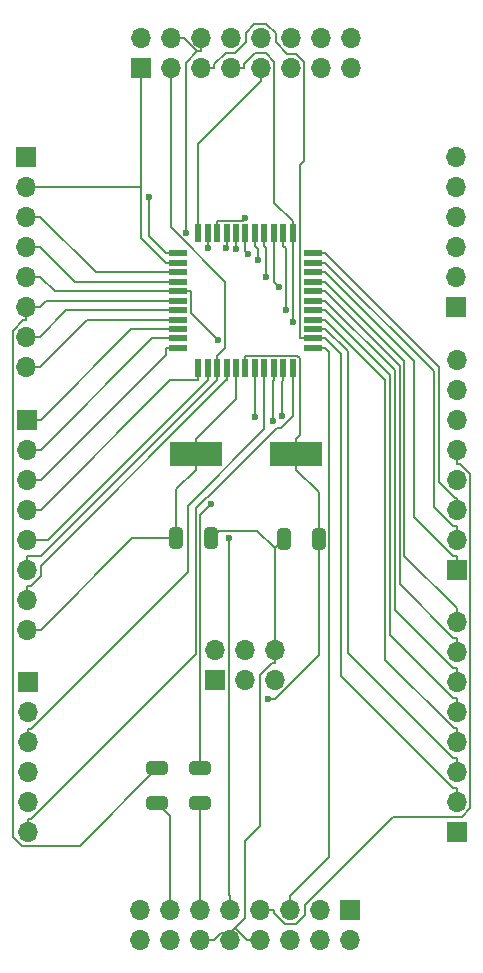
<source format=gbr>
%TF.GenerationSoftware,KiCad,Pcbnew,8.0.2*%
%TF.CreationDate,2024-07-19T13:16:10-06:00*%
%TF.ProjectId,32u4_breakout,33327534-5f62-4726-9561-6b6f75742e6b,rev?*%
%TF.SameCoordinates,Original*%
%TF.FileFunction,Copper,L1,Top*%
%TF.FilePolarity,Positive*%
%FSLAX46Y46*%
G04 Gerber Fmt 4.6, Leading zero omitted, Abs format (unit mm)*
G04 Created by KiCad (PCBNEW 8.0.2) date 2024-07-19 13:16:10*
%MOMM*%
%LPD*%
G01*
G04 APERTURE LIST*
G04 Aperture macros list*
%AMRoundRect*
0 Rectangle with rounded corners*
0 $1 Rounding radius*
0 $2 $3 $4 $5 $6 $7 $8 $9 X,Y pos of 4 corners*
0 Add a 4 corners polygon primitive as box body*
4,1,4,$2,$3,$4,$5,$6,$7,$8,$9,$2,$3,0*
0 Add four circle primitives for the rounded corners*
1,1,$1+$1,$2,$3*
1,1,$1+$1,$4,$5*
1,1,$1+$1,$6,$7*
1,1,$1+$1,$8,$9*
0 Add four rect primitives between the rounded corners*
20,1,$1+$1,$2,$3,$4,$5,0*
20,1,$1+$1,$4,$5,$6,$7,0*
20,1,$1+$1,$6,$7,$8,$9,0*
20,1,$1+$1,$8,$9,$2,$3,0*%
G04 Aperture macros list end*
%TA.AperFunction,SMDPad,CuDef*%
%ADD10R,4.500000X2.000000*%
%TD*%
%TA.AperFunction,ComponentPad*%
%ADD11R,1.700000X1.700000*%
%TD*%
%TA.AperFunction,ComponentPad*%
%ADD12O,1.700000X1.700000*%
%TD*%
%TA.AperFunction,SMDPad,CuDef*%
%ADD13RoundRect,0.250000X-0.650000X0.325000X-0.650000X-0.325000X0.650000X-0.325000X0.650000X0.325000X0*%
%TD*%
%TA.AperFunction,SMDPad,CuDef*%
%ADD14R,1.500000X0.550000*%
%TD*%
%TA.AperFunction,SMDPad,CuDef*%
%ADD15R,0.550000X1.500000*%
%TD*%
%TA.AperFunction,SMDPad,CuDef*%
%ADD16RoundRect,0.250000X0.325000X0.650000X-0.325000X0.650000X-0.325000X-0.650000X0.325000X-0.650000X0*%
%TD*%
%TA.AperFunction,SMDPad,CuDef*%
%ADD17RoundRect,0.250000X-0.325000X-0.650000X0.325000X-0.650000X0.325000X0.650000X-0.325000X0.650000X0*%
%TD*%
%TA.AperFunction,SMDPad,CuDef*%
%ADD18RoundRect,0.250000X0.650000X-0.325000X0.650000X0.325000X-0.650000X0.325000X-0.650000X-0.325000X0*%
%TD*%
%TA.AperFunction,ViaPad*%
%ADD19C,0.600000*%
%TD*%
%TA.AperFunction,Conductor*%
%ADD20C,0.200000*%
%TD*%
G04 APERTURE END LIST*
D10*
%TO.P,Y1,1,1*%
%TO.N,XTAL1*%
X144650000Y-77075000D03*
%TO.P,Y1,2,2*%
%TO.N,XTAL2*%
X136150000Y-77075000D03*
%TD*%
D11*
%TO.P,J4,1,Pin_1*%
%TO.N,XTAL1*%
X121900000Y-96390000D03*
D12*
%TO.P,J4,2,Pin_2*%
%TO.N,Net-(J4-Pin_2)*%
X121900000Y-98930000D03*
%TO.P,J4,3,Pin_3*%
%TO.N,Net-(J4-Pin_3)*%
X121900000Y-101470000D03*
%TO.P,J4,4,Pin_4*%
%TO.N,Net-(J4-Pin_4)*%
X121900000Y-104010000D03*
%TO.P,J4,5,Pin_5*%
%TO.N,Net-(J4-Pin_5)*%
X121900000Y-106550000D03*
%TO.P,J4,6,Pin_6*%
%TO.N,Net-(J4-Pin_6)*%
X121900000Y-109090000D03*
%TD*%
D13*
%TO.P,C3,1*%
%TO.N,AREF*%
X136525000Y-103675000D03*
%TO.P,C3,2*%
%TO.N,Net-(J9-Pin_11)*%
X136525000Y-106625000D03*
%TD*%
D11*
%TO.P,J9,1,Pin_1*%
%TO.N,GND5*%
X149225000Y-115650000D03*
D12*
%TO.P,J9,2,Pin_2*%
%TO.N,GND*%
X149225000Y-118190000D03*
%TO.P,J9,3,Pin_3*%
%TO.N,GND15*%
X146685000Y-115650000D03*
%TO.P,J9,4,Pin_4*%
%TO.N,GND*%
X146685000Y-118190000D03*
%TO.P,J9,5,Pin_5*%
%TO.N,GND23*%
X144145000Y-115650000D03*
%TO.P,J9,6,Pin_6*%
%TO.N,GND*%
X144145000Y-118190000D03*
%TO.P,J9,7,Pin_7*%
%TO.N,GND35*%
X141605000Y-115650000D03*
%TO.P,J9,8,Pin_8*%
%TO.N,GND*%
X141605000Y-118190000D03*
%TO.P,J9,9,Pin_9*%
%TO.N,GND43*%
X139065000Y-115650000D03*
%TO.P,J9,10,Pin_10*%
%TO.N,GND*%
X139065000Y-118190000D03*
%TO.P,J9,11,Pin_11*%
%TO.N,Net-(J9-Pin_11)*%
X136525000Y-115650000D03*
%TO.P,J9,12,Pin_12*%
%TO.N,GND*%
X136525000Y-118190000D03*
%TO.P,J9,13,Pin_13*%
%TO.N,Net-(J9-Pin_13)*%
X133985000Y-115650000D03*
%TO.P,J9,14,Pin_14*%
%TO.N,GND*%
X133985000Y-118190000D03*
%TO.P,J9,15,Pin_15*%
%TO.N,unconnected-(J9-Pin_15-Pad15)*%
X131445000Y-115650000D03*
%TO.P,J9,16,Pin_16*%
%TO.N,GND*%
X131445000Y-118190000D03*
%TD*%
D11*
%TO.P,J7,1,Pin_1*%
%TO.N,Net-(J7-Pin_1)*%
X158200000Y-64600000D03*
D12*
%TO.P,J7,2,Pin_2*%
%TO.N,Net-(J7-Pin_2)*%
X158200000Y-62060000D03*
%TO.P,J7,3,Pin_3*%
%TO.N,Net-(J7-Pin_3)*%
X158200000Y-59520000D03*
%TO.P,J7,4,Pin_4*%
%TO.N,AREF*%
X158200000Y-56980000D03*
%TO.P,J7,5,Pin_5*%
%TO.N,GND43*%
X158200000Y-54440000D03*
%TO.P,J7,6,Pin_6*%
%TO.N,PWR44*%
X158200000Y-51900000D03*
%TD*%
D14*
%TO.P,U1,1,PE6*%
%TO.N,Net-(J2-Pin_1)*%
X134650000Y-60075000D03*
%TO.P,U1,2,UVCC*%
%TO.N,PWR2*%
X134650000Y-60875000D03*
%TO.P,U1,3,D-*%
%TO.N,Net-(J2-Pin_3)*%
X134650000Y-61675000D03*
%TO.P,U1,4,D+*%
%TO.N,Net-(J2-Pin_4)*%
X134650000Y-62475000D03*
%TO.P,U1,5,UGND*%
%TO.N,GND5*%
X134650000Y-63275000D03*
%TO.P,U1,6,UCAP*%
%TO.N,UCAP*%
X134650000Y-64075000D03*
%TO.P,U1,7,VBUS*%
%TO.N,VBUS*%
X134650000Y-64875000D03*
%TO.P,U1,8,PB0*%
%TO.N,Net-(J2-Pin_8)*%
X134650000Y-65675000D03*
%TO.P,U1,9,PB1*%
%TO.N,SCK*%
X134650000Y-66475000D03*
%TO.P,U1,10,PB2*%
%TO.N,MOSI*%
X134650000Y-67275000D03*
%TO.P,U1,11,PB3*%
%TO.N,MISO*%
X134650000Y-68075000D03*
D15*
%TO.P,U1,12,PB7*%
%TO.N,Net-(J3-Pin_4)*%
X136350000Y-69775000D03*
%TO.P,U1,13,~{RESET}*%
%TO.N,RESET*%
X137150000Y-69775000D03*
%TO.P,U1,14,VCC*%
%TO.N,PWR14*%
X137950000Y-69775000D03*
%TO.P,U1,15,GND*%
%TO.N,GND15*%
X138750000Y-69775000D03*
%TO.P,U1,16,XTAL2*%
%TO.N,XTAL2*%
X139550000Y-69775000D03*
%TO.P,U1,17,XTAL1*%
%TO.N,XTAL1*%
X140350000Y-69775000D03*
%TO.P,U1,18,PD0*%
%TO.N,Net-(J4-Pin_2)*%
X141150000Y-69775000D03*
%TO.P,U1,19,PD1*%
%TO.N,Net-(J4-Pin_3)*%
X141950000Y-69775000D03*
%TO.P,U1,20,PD2*%
%TO.N,Net-(J4-Pin_4)*%
X142750000Y-69775000D03*
%TO.P,U1,21,PD3*%
%TO.N,Net-(J4-Pin_5)*%
X143550000Y-69775000D03*
%TO.P,U1,22,PD5*%
%TO.N,Net-(J4-Pin_6)*%
X144350000Y-69775000D03*
D14*
%TO.P,U1,23,GND*%
%TO.N,GND23*%
X146050000Y-68075000D03*
%TO.P,U1,24,AVCC*%
%TO.N,PWR24*%
X146050000Y-67275000D03*
%TO.P,U1,25,PD4*%
%TO.N,Net-(J5-Pin_3)*%
X146050000Y-66475000D03*
%TO.P,U1,26,PD6*%
%TO.N,Net-(J5-Pin_4)*%
X146050000Y-65675000D03*
%TO.P,U1,27,PD7*%
%TO.N,Net-(J5-Pin_5)*%
X146050000Y-64875000D03*
%TO.P,U1,28,PB4*%
%TO.N,Net-(J5-Pin_6)*%
X146050000Y-64075000D03*
%TO.P,U1,29,PB5*%
%TO.N,Net-(J5-Pin_7)*%
X146050000Y-63275000D03*
%TO.P,U1,30,PB6*%
%TO.N,Net-(J5-Pin_8)*%
X146050000Y-62475000D03*
%TO.P,U1,31,PC6*%
%TO.N,Net-(J6-Pin_1)*%
X146050000Y-61675000D03*
%TO.P,U1,32,PC7*%
%TO.N,Net-(J6-Pin_2)*%
X146050000Y-60875000D03*
%TO.P,U1,33,~{HWB}/PE2*%
%TO.N,Net-(J6-Pin_3)*%
X146050000Y-60075000D03*
D15*
%TO.P,U1,34,VCC*%
%TO.N,PWR34*%
X144350000Y-58375000D03*
%TO.P,U1,35,GND*%
%TO.N,GND35*%
X143550000Y-58375000D03*
%TO.P,U1,36,PF7*%
%TO.N,Net-(J6-Pin_6)*%
X142750000Y-58375000D03*
%TO.P,U1,37,PF6*%
%TO.N,Net-(J6-Pin_7)*%
X141950000Y-58375000D03*
%TO.P,U1,38,PF5*%
%TO.N,Net-(J6-Pin_8)*%
X141150000Y-58375000D03*
%TO.P,U1,39,PF4*%
%TO.N,Net-(J7-Pin_1)*%
X140350000Y-58375000D03*
%TO.P,U1,40,PF1*%
%TO.N,Net-(J7-Pin_2)*%
X139550000Y-58375000D03*
%TO.P,U1,41,PF0*%
%TO.N,Net-(J7-Pin_3)*%
X138750000Y-58375000D03*
%TO.P,U1,42,AREF*%
%TO.N,AREF*%
X137950000Y-58375000D03*
%TO.P,U1,43,GND*%
%TO.N,GND43*%
X137150000Y-58375000D03*
%TO.P,U1,44,AVCC*%
%TO.N,PWR44*%
X136350000Y-58375000D03*
%TD*%
D11*
%TO.P,J6,1,Pin_1*%
%TO.N,Net-(J6-Pin_1)*%
X158250000Y-86890000D03*
D12*
%TO.P,J6,2,Pin_2*%
%TO.N,Net-(J6-Pin_2)*%
X158250000Y-84350000D03*
%TO.P,J6,3,Pin_3*%
%TO.N,Net-(J6-Pin_3)*%
X158250000Y-81810000D03*
%TO.P,J6,4,Pin_4*%
%TO.N,PWR34*%
X158250000Y-79270000D03*
%TO.P,J6,5,Pin_5*%
%TO.N,GND35*%
X158250000Y-76730000D03*
%TO.P,J6,6,Pin_6*%
%TO.N,Net-(J6-Pin_6)*%
X158250000Y-74190000D03*
%TO.P,J6,7,Pin_7*%
%TO.N,Net-(J6-Pin_7)*%
X158250000Y-71650000D03*
%TO.P,J6,8,Pin_8*%
%TO.N,Net-(J6-Pin_8)*%
X158250000Y-69110000D03*
%TD*%
D16*
%TO.P,C1,1*%
%TO.N,XTAL1*%
X146575000Y-84300000D03*
%TO.P,C1,2*%
%TO.N,GND*%
X143625000Y-84300000D03*
%TD*%
D11*
%TO.P,J8,1,Pin_1*%
%TO.N,PWR2*%
X131475000Y-44350000D03*
D12*
%TO.P,J8,2,Pin_2*%
%TO.N,5V*%
X131475000Y-41810000D03*
%TO.P,J8,3,Pin_3*%
%TO.N,PWR14*%
X134015000Y-44350000D03*
%TO.P,J8,4,Pin_4*%
%TO.N,5V*%
X134015000Y-41810000D03*
%TO.P,J8,5,Pin_5*%
%TO.N,PWR24*%
X136555000Y-44350000D03*
%TO.P,J8,6,Pin_6*%
%TO.N,5V*%
X136555000Y-41810000D03*
%TO.P,J8,7,Pin_7*%
%TO.N,PWR34*%
X139095000Y-44350000D03*
%TO.P,J8,8,Pin_8*%
%TO.N,5V*%
X139095000Y-41810000D03*
%TO.P,J8,9,Pin_9*%
%TO.N,PWR44*%
X141635000Y-44350000D03*
%TO.P,J8,10,Pin_10*%
%TO.N,5V*%
X141635000Y-41810000D03*
%TO.P,J8,11,Pin_11*%
%TO.N,VBUS*%
X144175000Y-44350000D03*
%TO.P,J8,12,Pin_12*%
%TO.N,5V*%
X144175000Y-41810000D03*
%TO.P,J8,13,Pin_13*%
%TO.N,unconnected-(J8-Pin_13-Pad13)*%
X146715000Y-44350000D03*
%TO.P,J8,14,Pin_14*%
%TO.N,5V*%
X146715000Y-41810000D03*
%TO.P,J8,15,Pin_15*%
%TO.N,unconnected-(J8-Pin_15-Pad15)*%
X149255000Y-44350000D03*
%TO.P,J8,16,Pin_16*%
%TO.N,5V*%
X149255000Y-41810000D03*
%TD*%
D11*
%TO.P,J1,1,Pin_1*%
%TO.N,MISO*%
X137785000Y-96175000D03*
D12*
%TO.P,J1,2,Pin_2*%
%TO.N,5V*%
X137785000Y-93635000D03*
%TO.P,J1,3,Pin_3*%
%TO.N,SCK*%
X140325000Y-96175000D03*
%TO.P,J1,4,Pin_4*%
%TO.N,MOSI*%
X140325000Y-93635000D03*
%TO.P,J1,5,Pin_5*%
%TO.N,RESET*%
X142865000Y-96175000D03*
%TO.P,J1,6,Pin_6*%
%TO.N,GND*%
X142865000Y-93635000D03*
%TD*%
D11*
%TO.P,J2,1,Pin_1*%
%TO.N,Net-(J2-Pin_1)*%
X121800000Y-51875000D03*
D12*
%TO.P,J2,2,Pin_2*%
%TO.N,PWR2*%
X121800000Y-54415000D03*
%TO.P,J2,3,Pin_3*%
%TO.N,Net-(J2-Pin_3)*%
X121800000Y-56955000D03*
%TO.P,J2,4,Pin_4*%
%TO.N,Net-(J2-Pin_4)*%
X121800000Y-59495000D03*
%TO.P,J2,5,Pin_5*%
%TO.N,GND5*%
X121800000Y-62035000D03*
%TO.P,J2,6,Pin_6*%
%TO.N,UCAP*%
X121800000Y-64575000D03*
%TO.P,J2,7,Pin_7*%
%TO.N,VBUS*%
X121800000Y-67115000D03*
%TO.P,J2,8,Pin_8*%
%TO.N,Net-(J2-Pin_8)*%
X121800000Y-69655000D03*
%TD*%
D17*
%TO.P,C2,1*%
%TO.N,XTAL2*%
X134475000Y-84200000D03*
%TO.P,C2,2*%
%TO.N,GND*%
X137425000Y-84200000D03*
%TD*%
D11*
%TO.P,J5,1,Pin_1*%
%TO.N,GND23*%
X158225000Y-109065000D03*
D12*
%TO.P,J5,2,Pin_2*%
%TO.N,PWR24*%
X158225000Y-106525000D03*
%TO.P,J5,3,Pin_3*%
%TO.N,Net-(J5-Pin_3)*%
X158225000Y-103985000D03*
%TO.P,J5,4,Pin_4*%
%TO.N,Net-(J5-Pin_4)*%
X158225000Y-101445000D03*
%TO.P,J5,5,Pin_5*%
%TO.N,Net-(J5-Pin_5)*%
X158225000Y-98905000D03*
%TO.P,J5,6,Pin_6*%
%TO.N,Net-(J5-Pin_6)*%
X158225000Y-96365000D03*
%TO.P,J5,7,Pin_7*%
%TO.N,Net-(J5-Pin_7)*%
X158225000Y-93825000D03*
%TO.P,J5,8,Pin_8*%
%TO.N,Net-(J5-Pin_8)*%
X158225000Y-91285000D03*
%TD*%
D18*
%TO.P,C4,1*%
%TO.N,Net-(J9-Pin_13)*%
X132900000Y-106625000D03*
%TO.P,C4,2*%
%TO.N,UCAP*%
X132900000Y-103675000D03*
%TD*%
D11*
%TO.P,J3,1,Pin_1*%
%TO.N,SCK*%
X121875000Y-74150000D03*
D12*
%TO.P,J3,2,Pin_2*%
%TO.N,MOSI*%
X121875000Y-76690000D03*
%TO.P,J3,3,Pin_3*%
%TO.N,MISO*%
X121875000Y-79230000D03*
%TO.P,J3,4,Pin_4*%
%TO.N,Net-(J3-Pin_4)*%
X121875000Y-81770000D03*
%TO.P,J3,5,Pin_5*%
%TO.N,RESET*%
X121875000Y-84310000D03*
%TO.P,J3,6,Pin_6*%
%TO.N,PWR14*%
X121875000Y-86850000D03*
%TO.P,J3,7,Pin_7*%
%TO.N,GND15*%
X121875000Y-89390000D03*
%TO.P,J3,8,Pin_8*%
%TO.N,XTAL2*%
X121875000Y-91930000D03*
%TD*%
D19*
%TO.N,Net-(J7-Pin_1)*%
X140565200Y-60119400D03*
%TO.N,Net-(J7-Pin_3)*%
X138691000Y-59647200D03*
%TO.N,GND43*%
X137150000Y-59626800D03*
X139000800Y-84167500D03*
%TO.N,Net-(J7-Pin_2)*%
X139541200Y-59662600D03*
%TO.N,Net-(J6-Pin_6)*%
X143155500Y-62922800D03*
%TO.N,Net-(J6-Pin_8)*%
X141430400Y-60674700D03*
%TO.N,PWR34*%
X144381600Y-65885800D03*
%TO.N,Net-(J6-Pin_7)*%
X142117100Y-62083200D03*
%TO.N,GND35*%
X143764900Y-64838800D03*
%TO.N,Net-(J4-Pin_4)*%
X142702300Y-74231300D03*
%TO.N,Net-(J4-Pin_5)*%
X143444100Y-73807000D03*
%TO.N,Net-(J4-Pin_2)*%
X141150000Y-73918200D03*
%TO.N,Net-(J2-Pin_1)*%
X132161600Y-55337800D03*
%TO.N,GND5*%
X138019600Y-67432900D03*
%TO.N,5V*%
X135332000Y-58348500D03*
%TO.N,AREF*%
X140319300Y-57108700D03*
X137396300Y-81321500D03*
%TO.N,XTAL1*%
X142295700Y-97840800D03*
%TD*%
D20*
%TO.N,PWR44*%
X136350000Y-50786700D02*
X141635000Y-45501700D01*
X136350000Y-58375000D02*
X136350000Y-50786700D01*
X141635000Y-44350000D02*
X141635000Y-45501700D01*
%TO.N,Net-(J7-Pin_1)*%
X140350000Y-59904200D02*
X140565200Y-60119400D01*
X140350000Y-58375000D02*
X140350000Y-59904200D01*
%TO.N,Net-(J7-Pin_3)*%
X138750000Y-59588200D02*
X138691000Y-59647200D01*
X138750000Y-58375000D02*
X138750000Y-59588200D01*
%TO.N,GND43*%
X137150000Y-58375000D02*
X137150000Y-59426700D01*
X137150000Y-59426700D02*
X137150000Y-59626800D01*
X139065000Y-115650000D02*
X139065000Y-114498300D01*
X139000800Y-114434100D02*
X139000800Y-84167500D01*
X139065000Y-114498300D02*
X139000800Y-114434100D01*
%TO.N,Net-(J7-Pin_2)*%
X139550000Y-58375000D02*
X139550000Y-59426700D01*
X139541200Y-59435500D02*
X139541200Y-59662600D01*
X139550000Y-59426700D02*
X139541200Y-59435500D01*
%TO.N,Net-(J6-Pin_2)*%
X156296400Y-70069700D02*
X147101700Y-60875000D01*
X156296400Y-81532600D02*
X156296400Y-70069700D01*
X157962100Y-83198300D02*
X156296400Y-81532600D01*
X158250000Y-83198300D02*
X157962100Y-83198300D01*
X158250000Y-84350000D02*
X158250000Y-83198300D01*
X146050000Y-60875000D02*
X147101700Y-60875000D01*
%TO.N,Net-(J6-Pin_6)*%
X142750000Y-62517300D02*
X142750000Y-58375000D01*
X143155500Y-62922800D02*
X142750000Y-62517300D01*
%TO.N,Net-(J6-Pin_8)*%
X141150000Y-58375000D02*
X141150000Y-59426700D01*
X141430400Y-59707100D02*
X141430400Y-60674700D01*
X141150000Y-59426700D02*
X141430400Y-59707100D01*
%TO.N,Net-(J6-Pin_1)*%
X158250000Y-86890000D02*
X158250000Y-85738300D01*
X146050000Y-61675000D02*
X147101700Y-61675000D01*
X157962100Y-85738300D02*
X158250000Y-85738300D01*
X154603500Y-82379700D02*
X157962100Y-85738300D01*
X154603500Y-69176800D02*
X154603500Y-82379700D01*
X147101700Y-61675000D02*
X154603500Y-69176800D01*
%TO.N,PWR34*%
X139095000Y-44350000D02*
X140246700Y-44350000D01*
X142808300Y-55781600D02*
X144350000Y-57323300D01*
X142808300Y-43835000D02*
X142808300Y-55781600D01*
X142113200Y-43139900D02*
X142808300Y-43835000D01*
X141168900Y-43139900D02*
X142113200Y-43139900D01*
X140246700Y-44062100D02*
X141168900Y-43139900D01*
X140246700Y-44350000D02*
X140246700Y-44062100D01*
X144381600Y-59458300D02*
X144381600Y-65885800D01*
X144350000Y-59426700D02*
X144381600Y-59458300D01*
X144350000Y-58375000D02*
X144350000Y-57323300D01*
X144350000Y-58375000D02*
X144350000Y-59426700D01*
%TO.N,Net-(J6-Pin_3)*%
X146050000Y-60075000D02*
X147101700Y-60075000D01*
X158250000Y-81810000D02*
X158250000Y-80824600D01*
X156698100Y-69671400D02*
X147101700Y-60075000D01*
X156698100Y-79390600D02*
X156698100Y-69671400D01*
X158132100Y-80824600D02*
X156698100Y-79390600D01*
X158250000Y-80824600D02*
X158132100Y-80824600D01*
%TO.N,Net-(J6-Pin_7)*%
X141950000Y-58375000D02*
X141950000Y-59426700D01*
X142117000Y-62083200D02*
X142117100Y-62083200D01*
X142117000Y-59593700D02*
X142117000Y-62083200D01*
X141950000Y-59426700D02*
X142117000Y-59593700D01*
%TO.N,GND35*%
X158518500Y-77881700D02*
X158250000Y-77881700D01*
X159401700Y-78764900D02*
X158518500Y-77881700D01*
X159401700Y-107060300D02*
X159401700Y-78764900D01*
X158666900Y-107795100D02*
X159401700Y-107060300D01*
X152839900Y-107795100D02*
X158666900Y-107795100D01*
X145415000Y-115220000D02*
X152839900Y-107795100D01*
X145415000Y-116068300D02*
X145415000Y-115220000D01*
X144623200Y-116860100D02*
X145415000Y-116068300D01*
X143678900Y-116860100D02*
X144623200Y-116860100D01*
X142756700Y-115937900D02*
X143678900Y-116860100D01*
X142756700Y-115650000D02*
X142756700Y-115937900D01*
X141605000Y-115650000D02*
X142756700Y-115650000D01*
X158250000Y-76730000D02*
X158250000Y-77881700D01*
X143550000Y-58375000D02*
X143550000Y-59426700D01*
X143764800Y-64838800D02*
X143764900Y-64838800D01*
X143764800Y-59641500D02*
X143764800Y-64838800D01*
X143550000Y-59426700D02*
X143764800Y-59641500D01*
%TO.N,GND23*%
X147454700Y-68428000D02*
X147101700Y-68075000D01*
X147454700Y-111188600D02*
X147454700Y-68428000D01*
X144145000Y-114498300D02*
X147454700Y-111188600D01*
X144145000Y-115650000D02*
X144145000Y-114498300D01*
X146050000Y-68075000D02*
X147101700Y-68075000D01*
%TO.N,PWR24*%
X137706700Y-44081500D02*
X137706700Y-44350000D01*
X138708200Y-43080000D02*
X137706700Y-44081500D01*
X139480400Y-43080000D02*
X138708200Y-43080000D01*
X140365000Y-42195400D02*
X139480400Y-43080000D01*
X140365000Y-41389700D02*
X140365000Y-42195400D01*
X141117800Y-40636900D02*
X140365000Y-41389700D01*
X142095900Y-40636900D02*
X141117800Y-40636900D01*
X142905000Y-41446000D02*
X142095900Y-40636900D01*
X142905000Y-42204100D02*
X142905000Y-41446000D01*
X143899200Y-43198300D02*
X142905000Y-42204100D01*
X144655400Y-43198300D02*
X143899200Y-43198300D01*
X145332200Y-43875100D02*
X144655400Y-43198300D01*
X145332200Y-52224200D02*
X145332200Y-43875100D01*
X144998300Y-52558100D02*
X145332200Y-52224200D01*
X144998300Y-67275000D02*
X144998300Y-52558100D01*
X146050000Y-67275000D02*
X144998300Y-67275000D01*
X136555000Y-44350000D02*
X137706700Y-44350000D01*
X158225000Y-106525000D02*
X158225000Y-105373300D01*
X146050000Y-67275000D02*
X147101700Y-67275000D01*
X157937100Y-105373300D02*
X158225000Y-105373300D01*
X148432000Y-95868200D02*
X157937100Y-105373300D01*
X148432000Y-68605300D02*
X148432000Y-95868200D01*
X147101700Y-67275000D02*
X148432000Y-68605300D01*
%TO.N,Net-(J5-Pin_8)*%
X158225000Y-91285000D02*
X158225000Y-90133300D01*
X146050000Y-62475000D02*
X147101700Y-62475000D01*
X153800100Y-85708400D02*
X158225000Y-90133300D01*
X153800100Y-69173400D02*
X153800100Y-85708400D01*
X147101700Y-62475000D02*
X153800100Y-69173400D01*
%TO.N,Net-(J5-Pin_3)*%
X149000100Y-68373400D02*
X147101700Y-66475000D01*
X149000100Y-93896300D02*
X149000100Y-68373400D01*
X157937100Y-102833300D02*
X149000100Y-93896300D01*
X158225000Y-102833300D02*
X157937100Y-102833300D01*
X158225000Y-103985000D02*
X158225000Y-102833300D01*
X146050000Y-66475000D02*
X147101700Y-66475000D01*
%TO.N,Net-(J5-Pin_4)*%
X158225000Y-101445000D02*
X158225000Y-100293300D01*
X146050000Y-65675000D02*
X147101700Y-65675000D01*
X152191800Y-70765100D02*
X147101700Y-65675000D01*
X152191800Y-94515000D02*
X152191800Y-70765100D01*
X157970100Y-100293300D02*
X152191800Y-94515000D01*
X158225000Y-100293300D02*
X157970100Y-100293300D01*
%TO.N,Net-(J5-Pin_7)*%
X158225000Y-93825000D02*
X158225000Y-92673300D01*
X146050000Y-63275000D02*
X147101700Y-63275000D01*
X157962600Y-92673300D02*
X158225000Y-92673300D01*
X153398400Y-88109100D02*
X157962600Y-92673300D01*
X153398400Y-69571700D02*
X153398400Y-88109100D01*
X147101700Y-63275000D02*
X153398400Y-69571700D01*
%TO.N,Net-(J5-Pin_5)*%
X158225000Y-98905000D02*
X158225000Y-97753300D01*
X146050000Y-64875000D02*
X147101700Y-64875000D01*
X152595000Y-70368300D02*
X147101700Y-64875000D01*
X152595000Y-92389700D02*
X152595000Y-70368300D01*
X157958600Y-97753300D02*
X152595000Y-92389700D01*
X158225000Y-97753300D02*
X157958600Y-97753300D01*
%TO.N,Net-(J5-Pin_6)*%
X158225000Y-96365000D02*
X158225000Y-95213300D01*
X146050000Y-64075000D02*
X147101700Y-64075000D01*
X152996700Y-69970000D02*
X147101700Y-64075000D01*
X152996700Y-90260200D02*
X152996700Y-69970000D01*
X157949800Y-95213300D02*
X152996700Y-90260200D01*
X158225000Y-95213300D02*
X157949800Y-95213300D01*
%TO.N,Net-(J4-Pin_4)*%
X142750000Y-69775000D02*
X142750000Y-70826700D01*
X142702300Y-70874400D02*
X142702300Y-74231300D01*
X142750000Y-70826700D02*
X142702300Y-70874400D01*
%TO.N,Net-(J4-Pin_3)*%
X121900000Y-101470000D02*
X121900000Y-100318300D01*
X122168500Y-100318300D02*
X121900000Y-100318300D01*
X135450500Y-87036300D02*
X122168500Y-100318300D01*
X135450500Y-81454000D02*
X135450500Y-87036300D01*
X141950000Y-74954500D02*
X135450500Y-81454000D01*
X141950000Y-69775000D02*
X141950000Y-74954500D01*
%TO.N,Net-(J4-Pin_6)*%
X122168500Y-107938300D02*
X121900000Y-107938300D01*
X136127800Y-93979000D02*
X122168500Y-107938300D01*
X136127800Y-81640900D02*
X136127800Y-93979000D01*
X137093400Y-80675300D02*
X136127800Y-81640900D01*
X137192200Y-80675300D02*
X137093400Y-80675300D01*
X143036000Y-74831500D02*
X137192200Y-80675300D01*
X143328500Y-74831500D02*
X143036000Y-74831500D01*
X144350000Y-73810000D02*
X143328500Y-74831500D01*
X144350000Y-69775000D02*
X144350000Y-73810000D01*
X121900000Y-109090000D02*
X121900000Y-107938300D01*
%TO.N,Net-(J4-Pin_5)*%
X143550000Y-69775000D02*
X143550000Y-70826700D01*
X143444100Y-70932600D02*
X143444100Y-73807000D01*
X143550000Y-70826700D02*
X143444100Y-70932600D01*
%TO.N,Net-(J4-Pin_2)*%
X141150000Y-69775000D02*
X141150000Y-73918200D01*
%TO.N,Net-(J3-Pin_4)*%
X133970000Y-70826700D02*
X136350000Y-70826700D01*
X123026700Y-81770000D02*
X133970000Y-70826700D01*
X121875000Y-81770000D02*
X123026700Y-81770000D01*
X136350000Y-69775000D02*
X136350000Y-70826700D01*
%TO.N,PWR14*%
X121875000Y-86850000D02*
X121875000Y-85698300D01*
X137950000Y-69775000D02*
X137950000Y-70826700D01*
X123078400Y-85698300D02*
X121875000Y-85698300D01*
X137950000Y-70826700D02*
X123078400Y-85698300D01*
X137950000Y-69775000D02*
X137950000Y-68723300D01*
X134015000Y-57882300D02*
X134015000Y-44350000D01*
X138621300Y-62488600D02*
X134015000Y-57882300D01*
X138621300Y-68052000D02*
X138621300Y-62488600D01*
X137950000Y-68723300D02*
X138621300Y-68052000D01*
%TO.N,GND15*%
X138718200Y-70826700D02*
X138750000Y-70826700D01*
X123026700Y-86518200D02*
X138718200Y-70826700D01*
X123026700Y-87374600D02*
X123026700Y-86518200D01*
X122163000Y-88238300D02*
X123026700Y-87374600D01*
X121875000Y-88238300D02*
X122163000Y-88238300D01*
X121875000Y-89390000D02*
X121875000Y-88238300D01*
X138750000Y-69775000D02*
X138750000Y-70826700D01*
%TO.N,PWR2*%
X134650000Y-60875000D02*
X133598300Y-60875000D01*
X121800000Y-54415000D02*
X122951700Y-54415000D01*
X122951700Y-54415000D02*
X131475000Y-54415000D01*
X131475000Y-44350000D02*
X131475000Y-54415000D01*
X131475000Y-58751700D02*
X133598300Y-60875000D01*
X131475000Y-54415000D02*
X131475000Y-58751700D01*
%TO.N,Net-(J2-Pin_8)*%
X126931700Y-65675000D02*
X134650000Y-65675000D01*
X122951700Y-69655000D02*
X126931700Y-65675000D01*
X121800000Y-69655000D02*
X122951700Y-69655000D01*
%TO.N,Net-(J2-Pin_3)*%
X127671700Y-61675000D02*
X134650000Y-61675000D01*
X122951700Y-56955000D02*
X127671700Y-61675000D01*
X121800000Y-56955000D02*
X122951700Y-56955000D01*
%TO.N,Net-(J2-Pin_1)*%
X132161600Y-58638300D02*
X133598300Y-60075000D01*
X132161600Y-55337800D02*
X132161600Y-58638300D01*
X134650000Y-60075000D02*
X133598300Y-60075000D01*
%TO.N,VBUS*%
X125191700Y-64875000D02*
X134650000Y-64875000D01*
X122951700Y-67115000D02*
X125191700Y-64875000D01*
X121800000Y-67115000D02*
X122951700Y-67115000D01*
%TO.N,Net-(J2-Pin_4)*%
X125931700Y-62475000D02*
X134650000Y-62475000D01*
X122951700Y-59495000D02*
X125931700Y-62475000D01*
X121800000Y-59495000D02*
X122951700Y-59495000D01*
%TO.N,GND5*%
X121800000Y-62035000D02*
X122951700Y-62035000D01*
X124191700Y-63275000D02*
X134650000Y-63275000D01*
X122951700Y-62035000D02*
X124191700Y-63275000D01*
X135701700Y-65115000D02*
X138019600Y-67432900D01*
X135701700Y-63275000D02*
X135701700Y-65115000D01*
X134650000Y-63275000D02*
X135701700Y-63275000D01*
%TO.N,SCK*%
X130701700Y-66475000D02*
X123026700Y-74150000D01*
X134650000Y-66475000D02*
X130701700Y-66475000D01*
X121875000Y-74150000D02*
X123026700Y-74150000D01*
%TO.N,MISO*%
X134650000Y-68075000D02*
X133598300Y-68075000D01*
X121875000Y-79230000D02*
X123026700Y-79230000D01*
X133598300Y-68658400D02*
X123026700Y-79230000D01*
X133598300Y-68075000D02*
X133598300Y-68658400D01*
%TO.N,5V*%
X136555000Y-41810000D02*
X136555000Y-42961700D01*
X134015000Y-41810000D02*
X135166700Y-41810000D01*
X135166700Y-41841900D02*
X135166700Y-41810000D01*
X136286500Y-42961700D02*
X135166700Y-41841900D01*
X135332000Y-43916200D02*
X136286500Y-42961700D01*
X135332000Y-58348500D02*
X135332000Y-43916200D01*
X136286500Y-42961700D02*
X136555000Y-42961700D01*
%TO.N,MOSI*%
X132441700Y-67275000D02*
X134650000Y-67275000D01*
X123026700Y-76690000D02*
X132441700Y-67275000D01*
X121875000Y-76690000D02*
X123026700Y-76690000D01*
%TO.N,RESET*%
X123666700Y-84310000D02*
X137150000Y-70826700D01*
X121875000Y-84310000D02*
X123666700Y-84310000D01*
X137150000Y-69775000D02*
X137150000Y-70826700D01*
%TO.N,UCAP*%
X123451700Y-64075000D02*
X134650000Y-64075000D01*
X122951700Y-64575000D02*
X123451700Y-64075000D01*
X121800000Y-64575000D02*
X122951700Y-64575000D01*
X121531500Y-65726700D02*
X121800000Y-65726700D01*
X120646100Y-66612100D02*
X121531500Y-65726700D01*
X120646100Y-109494200D02*
X120646100Y-66612100D01*
X121416900Y-110265000D02*
X120646100Y-109494200D01*
X126310000Y-110265000D02*
X121416900Y-110265000D01*
X132900000Y-103675000D02*
X126310000Y-110265000D01*
X121800000Y-64575000D02*
X121800000Y-65726700D01*
%TO.N,Net-(J9-Pin_13)*%
X133985000Y-107710000D02*
X133985000Y-115650000D01*
X132900000Y-106625000D02*
X133985000Y-107710000D01*
%TO.N,Net-(J9-Pin_11)*%
X136525000Y-106625000D02*
X136525000Y-115650000D01*
%TO.N,AREF*%
X137950000Y-58375000D02*
X137950000Y-57323300D01*
X140104700Y-57323300D02*
X140319300Y-57108700D01*
X137950000Y-57323300D02*
X140104700Y-57323300D01*
X136529500Y-82188300D02*
X137396300Y-81321500D01*
X136529500Y-103670500D02*
X136529500Y-82188300D01*
X136525000Y-103675000D02*
X136529500Y-103670500D01*
%TO.N,XTAL2*%
X139550000Y-72373300D02*
X139550000Y-69775000D01*
X136150000Y-75773300D02*
X139550000Y-72373300D01*
X136150000Y-77075000D02*
X136150000Y-75773300D01*
X121875000Y-91930000D02*
X123026700Y-91930000D01*
X130756700Y-84200000D02*
X123026700Y-91930000D01*
X134475000Y-84200000D02*
X130756700Y-84200000D01*
X136150000Y-77075000D02*
X136150000Y-78376700D01*
X134475000Y-80051700D02*
X136150000Y-78376700D01*
X134475000Y-84200000D02*
X134475000Y-80051700D01*
%TO.N,XTAL1*%
X144934200Y-75489100D02*
X144650000Y-75773300D01*
X144934200Y-68907500D02*
X144934200Y-75489100D01*
X144750000Y-68723300D02*
X144934200Y-68907500D01*
X140350000Y-68723300D02*
X144750000Y-68723300D01*
X144650000Y-77075000D02*
X144650000Y-75773300D01*
X140350000Y-69249100D02*
X140350000Y-68723300D01*
X140350000Y-69249100D02*
X140350000Y-69775000D01*
X144650000Y-77075000D02*
X144650000Y-78376700D01*
X146575000Y-80301700D02*
X146575000Y-84300000D01*
X144650000Y-78376700D02*
X146575000Y-80301700D01*
X142847400Y-97840800D02*
X142295700Y-97840800D01*
X146575000Y-94113200D02*
X142847400Y-97840800D01*
X146575000Y-84300000D02*
X146575000Y-94113200D01*
%TO.N,GND*%
X141343400Y-83538400D02*
X142865000Y-85060000D01*
X138086600Y-83538400D02*
X141343400Y-83538400D01*
X137425000Y-84200000D02*
X138086600Y-83538400D01*
X143625000Y-84300000D02*
X142865000Y-85060000D01*
X139065000Y-118190000D02*
X139065000Y-117614100D01*
X138252600Y-117614100D02*
X137676700Y-118190000D01*
X139065000Y-117614100D02*
X138252600Y-117614100D01*
X136525000Y-118190000D02*
X137676700Y-118190000D01*
X142865000Y-85060000D02*
X142865000Y-93635000D01*
X142865000Y-93635000D02*
X142865000Y-94786700D01*
X141605000Y-118190000D02*
X140453300Y-118190000D01*
X139471200Y-117207900D02*
X140453300Y-118190000D01*
X140335000Y-116344100D02*
X139471200Y-117207900D01*
X140335000Y-109856800D02*
X140335000Y-116344100D01*
X141595000Y-108596800D02*
X140335000Y-109856800D01*
X141595000Y-95768800D02*
X141595000Y-108596800D01*
X142577100Y-94786700D02*
X141595000Y-95768800D01*
X142865000Y-94786700D02*
X142577100Y-94786700D01*
X139471200Y-117207900D02*
X139065000Y-117614100D01*
%TD*%
M02*

</source>
